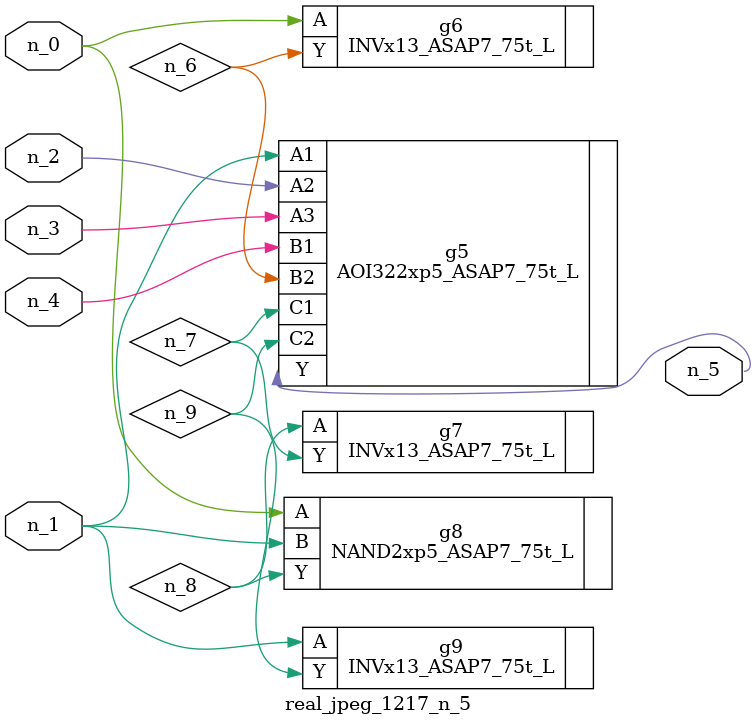
<source format=v>
module real_jpeg_1217_n_5 (n_4, n_0, n_1, n_2, n_3, n_5);

input n_4;
input n_0;
input n_1;
input n_2;
input n_3;

output n_5;

wire n_8;
wire n_6;
wire n_7;
wire n_9;

INVx13_ASAP7_75t_L g6 ( 
.A(n_0),
.Y(n_6)
);

NAND2xp5_ASAP7_75t_L g8 ( 
.A(n_0),
.B(n_1),
.Y(n_8)
);

AOI322xp5_ASAP7_75t_L g5 ( 
.A1(n_1),
.A2(n_2),
.A3(n_3),
.B1(n_4),
.B2(n_6),
.C1(n_7),
.C2(n_9),
.Y(n_5)
);

INVx13_ASAP7_75t_L g9 ( 
.A(n_1),
.Y(n_9)
);

INVx13_ASAP7_75t_L g7 ( 
.A(n_8),
.Y(n_7)
);


endmodule
</source>
